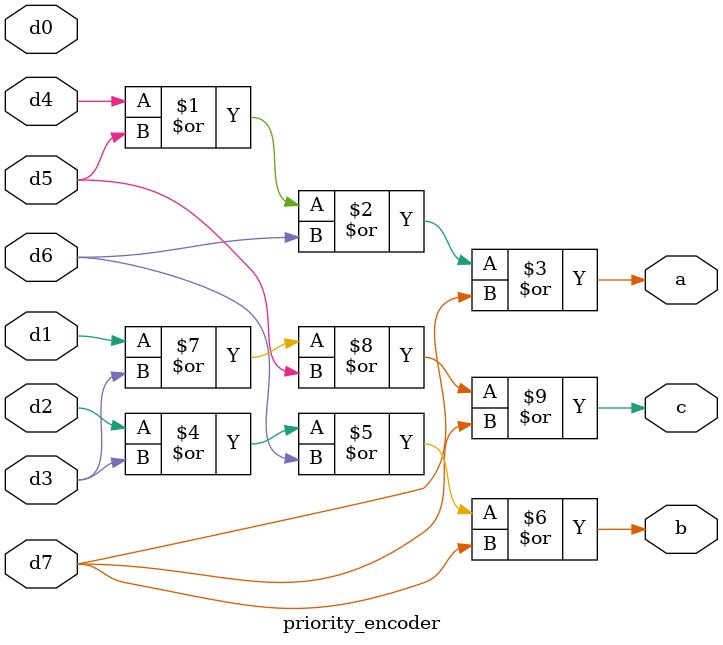
<source format=v>
module priority_encoder(
    input d0,
    input d1,
    input d2,
    input d3,
    input d4,
    input d5,
    input d6,
    input d7,
    output a,
    output b,
    output c
    );
    assign a=(d4|d5|d6|d7);
    assign b=(d2|d3|d6|d7);
    assign c=(d1|d3|d5|d7);
endmodule

</source>
